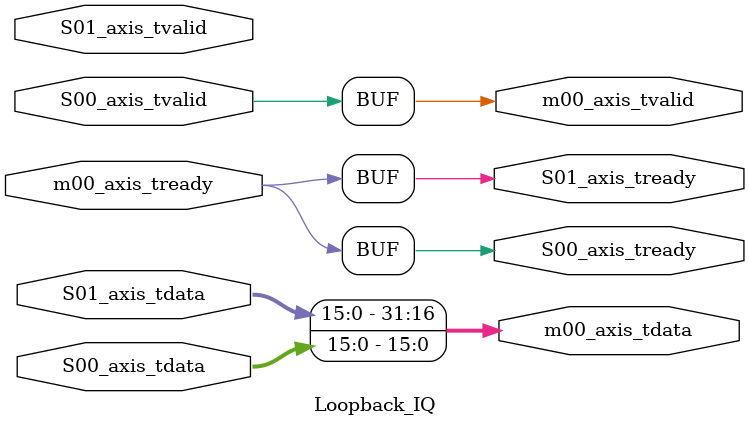
<source format=v>
module Loopback_IQ(m00_axis_tdata,m00_axis_tready,m00_axis_tvalid,
S00_axis_tready,
S00_axis_tdata,
S00_axis_tvalid,
S01_axis_tready,
S01_axis_tdata,
S01_axis_tvalid);

input [15:0] S00_axis_tdata;
input S00_axis_tvalid;
input [15:0] S01_axis_tdata;
input S01_axis_tvalid;

input m00_axis_tready;
output [31:0] m00_axis_tdata;
output m00_axis_tvalid;

output S00_axis_tready;
output S01_axis_tready;

wire  S00_axis_tready;
wire  S01_axis_tready;
wire [31:0] m00_axis_tdata;
wire m00_axis_tvalid;

assign m00_axis_tdata = {S01_axis_tdata, S00_axis_tdata};
assign m00_axis_tvalid = S00_axis_tvalid;
assign S00_axis_tready = m00_axis_tready;
assign S01_axis_tready = m00_axis_tready;

endmodule

</source>
